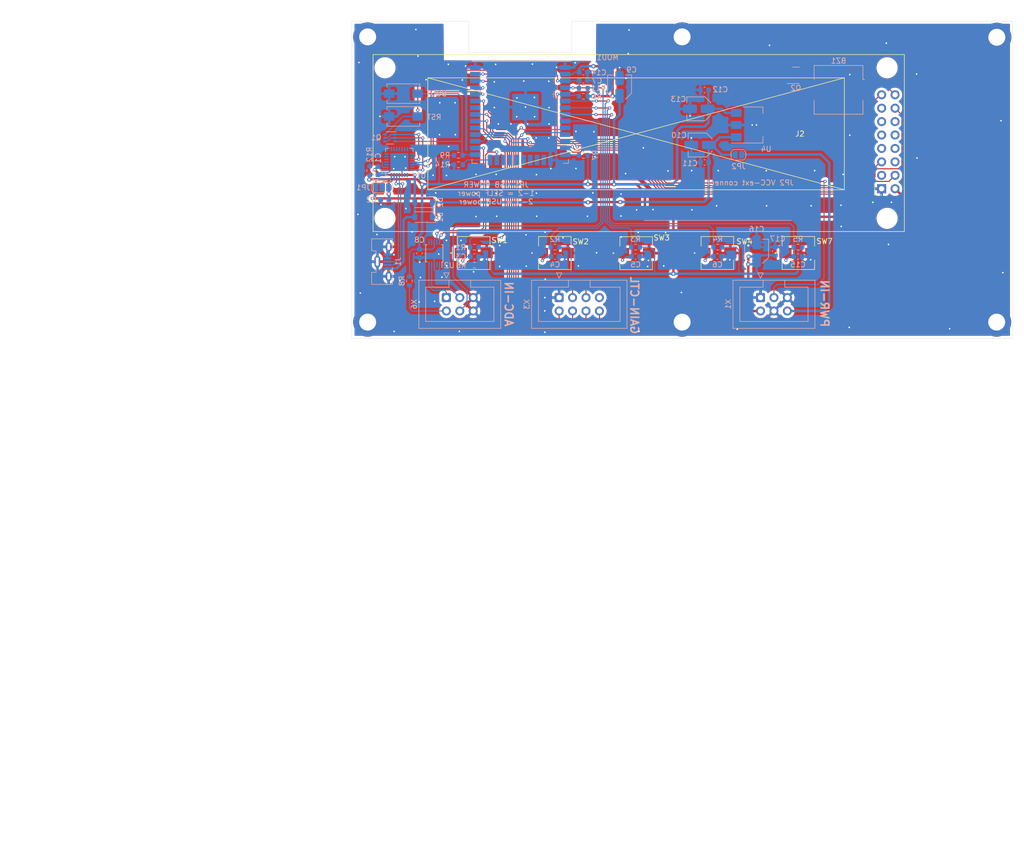
<source format=kicad_pcb>
(kicad_pcb (version 20211014) (generator pcbnew)

  (general
    (thickness 1.6)
  )

  (paper "A4")
  (layers
    (0 "F.Cu" signal)
    (31 "B.Cu" signal)
    (32 "B.Adhes" user "B.Adhesive")
    (33 "F.Adhes" user "F.Adhesive")
    (34 "B.Paste" user)
    (35 "F.Paste" user)
    (36 "B.SilkS" user "B.Silkscreen")
    (37 "F.SilkS" user "F.Silkscreen")
    (38 "B.Mask" user)
    (39 "F.Mask" user)
    (40 "Dwgs.User" user "User.Drawings")
    (41 "Cmts.User" user "User.Comments")
    (42 "Eco1.User" user "User.Eco1")
    (43 "Eco2.User" user "User.Eco2")
    (44 "Edge.Cuts" user)
    (45 "Margin" user)
    (46 "B.CrtYd" user "B.Courtyard")
    (47 "F.CrtYd" user "F.Courtyard")
    (48 "B.Fab" user)
    (49 "F.Fab" user)
  )

  (setup
    (stackup
      (layer "F.SilkS" (type "Top Silk Screen"))
      (layer "F.Paste" (type "Top Solder Paste"))
      (layer "F.Mask" (type "Top Solder Mask") (thickness 0.01))
      (layer "F.Cu" (type "copper") (thickness 0.035))
      (layer "dielectric 1" (type "core") (thickness 1.51) (material "FR4") (epsilon_r 4.5) (loss_tangent 0.02))
      (layer "B.Cu" (type "copper") (thickness 0.035))
      (layer "B.Mask" (type "Bottom Solder Mask") (thickness 0.01))
      (layer "B.Paste" (type "Bottom Solder Paste"))
      (layer "B.SilkS" (type "Bottom Silk Screen"))
      (copper_finish "None")
      (dielectric_constraints no)
    )
    (pad_to_mask_clearance 0)
    (grid_origin 189.5856 121.1072)
    (pcbplotparams
      (layerselection 0x00010fc_ffffffff)
      (disableapertmacros false)
      (usegerberextensions false)
      (usegerberattributes true)
      (usegerberadvancedattributes true)
      (creategerberjobfile true)
      (svguseinch false)
      (svgprecision 6)
      (excludeedgelayer true)
      (plotframeref false)
      (viasonmask false)
      (mode 1)
      (useauxorigin false)
      (hpglpennumber 1)
      (hpglpenspeed 20)
      (hpglpendiameter 15.000000)
      (dxfpolygonmode true)
      (dxfimperialunits true)
      (dxfusepcbnewfont true)
      (psnegative false)
      (psa4output false)
      (plotreference true)
      (plotvalue true)
      (plotinvisibletext false)
      (sketchpadsonfab false)
      (subtractmaskfromsilk false)
      (outputformat 1)
      (mirror false)
      (drillshape 1)
      (scaleselection 1)
      (outputdirectory "")
    )
  )

  (net 0 "")
  (net 1 "VCC")
  (net 2 "GND")
  (net 3 "+3V3")
  (net 4 "/ESP_RST")
  (net 5 "/BTN_USR_1")
  (net 6 "/BTN_USR_2")
  (net 7 "/BTN_USR_3")
  (net 8 "/BTN_USR_4")
  (net 9 "/ERROR")
  (net 10 "unconnected-(U1-Pad1)")
  (net 11 "unconnected-(U1-Pad2)")
  (net 12 "unconnected-(U1-Pad10)")
  (net 13 "unconnected-(U1-Pad11)")
  (net 14 "unconnected-(U1-Pad12)")
  (net 15 "unconnected-(U1-Pad13)")
  (net 16 "unconnected-(U1-Pad14)")
  (net 17 "unconnected-(U1-Pad15)")
  (net 18 "unconnected-(U1-Pad16)")
  (net 19 "unconnected-(U1-Pad17)")
  (net 20 "unconnected-(U1-Pad18)")
  (net 21 "unconnected-(U1-Pad19)")
  (net 22 "unconnected-(U1-Pad20)")
  (net 23 "unconnected-(U1-Pad21)")
  (net 24 "/ESP_GPIO0")
  (net 25 "unconnected-(U1-Pad22)")
  (net 26 "unconnected-(U1-Pad23)")
  (net 27 "unconnected-(U1-Pad27)")
  (net 28 "/IN_ADC0")
  (net 29 "/I2C_SDA")
  (net 30 "/ESP_RX")
  (net 31 "/ESP_TX")
  (net 32 "/I2C_SCL")
  (net 33 "/IN_ADC1")
  (net 34 "/IN_ADC2")
  (net 35 "unconnected-(U2-Pad7)")
  (net 36 "/BTN_USR_5")
  (net 37 "/uC04")
  (net 38 "/uC05")
  (net 39 "/uC03")
  (net 40 "/ESP_GPIO2")
  (net 41 "/uC06")
  (net 42 "/uC02")
  (net 43 "unconnected-(X3-Pad7)")
  (net 44 "VBUS")
  (net 45 "Net-(JP1-Pad2)")
  (net 46 "/DTR")
  (net 47 "/RTS")
  (net 48 "/USB_RST")
  (net 49 "/D-")
  (net 50 "/D+")
  (net 51 "/LEVEL")
  (net 52 "unconnected-(J2-Pad3)")
  (net 53 "/OLED_MOSI")
  (net 54 "unconnected-(J2-Pad6)")
  (net 55 "unconnected-(J2-Pad7)")
  (net 56 "unconnected-(J2-Pad8)")
  (net 57 "unconnected-(J2-Pad9)")
  (net 58 "unconnected-(J2-Pad10)")
  (net 59 "unconnected-(J2-Pad11)")
  (net 60 "unconnected-(J2-Pad12)")
  (net 61 "unconnected-(J2-Pad13)")
  (net 62 "/OLED_DC")
  (net 63 "/OLED_RST")
  (net 64 "/OLED_CS")
  (net 65 "/ESP_GPIO12")
  (net 66 "/BUZZER")
  (net 67 "unconnected-(MOD1-Pad17)")
  (net 68 "unconnected-(MOD1-Pad18)")
  (net 69 "unconnected-(MOD1-Pad19)")
  (net 70 "unconnected-(MOD1-Pad20)")
  (net 71 "unconnected-(MOD1-Pad21)")
  (net 72 "unconnected-(MOD1-Pad22)")
  (net 73 "/OLED_SCK")
  (net 74 "/uC01")
  (net 75 "unconnected-(MOD1-Pad32)")
  (net 76 "/LEVEL_PU")
  (net 77 "unconnected-(U2-Pad2)")
  (net 78 "/VCC-ext")

  (footprint "Button_Switch_SMD:SW_SPST_ALPS_SKPMAME010" (layer "F.Cu") (at 93.9546 109.8296))

  (footprint "MountingHole:MountingHole_3.2mm_M3_ISO14580_Pad" (layer "F.Cu") (at 58.547 68.9102))

  (footprint "MountingHole:MountingHole_3.2mm_M3_ISO14580_Pad" (layer "F.Cu") (at 177.5714 68.9864))

  (footprint "MountingHole:MountingHole_3.2mm_M3_ISO14580_Pad" (layer "F.Cu") (at 177.546 122.9106))

  (footprint "Button_Switch_SMD:SW_SPST_ALPS_SKPMAME010" (layer "F.Cu") (at 109.333893 109.855))

  (footprint "Button_Switch_SMD:SW_SPST_ALPS_SKPMAME010" (layer "F.Cu") (at 140.0302 109.8296))

  (footprint "Button_Switch_SMD:SW_SPST_ALPS_SKPMAME010" (layer "F.Cu") (at 124.700893 109.8296))

  (footprint "MountingHole:MountingHole_3.2mm_M3_ISO14580_Pad" (layer "F.Cu") (at 58.547 122.9106))

  (footprint "Button_Switch_SMD:SW_SPST_ALPS_SKPMAME010" (layer "F.Cu") (at 78.613 109.8296))

  (footprint "MountingHole:MountingHole_3.2mm_M3_ISO14580_Pad" (layer "F.Cu") (at 118.0338 122.9106))

  (footprint "MountingHole:MountingHole_3.2mm_M3_ISO14580_Pad" (layer "F.Cu") (at 118.0338 68.9102))

  (footprint "Display:OLED_SSD1322_NHD_256X64" (layer "F.Cu") (at 160.0708 72.263))

  (footprint "Capacitor_SMD:C_0603_1608Metric" (layer "B.Cu") (at 68.3514 109.8934 -90))

  (footprint "Capacitor_SMD:C_0603_1608Metric" (layer "B.Cu") (at 109.22 110.49 180))

  (footprint "Capacitor_SMD:C_0603_1608Metric" (layer "B.Cu") (at 60.5028 94.234 -90))

  (footprint "Resistor_SMD:R_0603_1608Metric" (layer "B.Cu") (at 99.3394 91.3384))

  (footprint "Diode_SMD:D_SOD-123" (layer "B.Cu") (at 69.1134 100.2284 180))

  (footprint "Connector_IDC:IDC-Header_2x04_P2.54mm_Vertical" (layer "B.Cu") (at 94.7674 118.2624 -90))

  (footprint "Capacitor_SMD:C_0603_1608Metric" (layer "B.Cu") (at 139.954 110.49 180))

  (footprint "Resistor_SMD:R_0603_1608Metric" (layer "B.Cu") (at 93.98 108.712 180))

  (footprint "Capacitor_SMD:C_0603_1608Metric" (layer "B.Cu") (at 124.714 110.49 180))

  (footprint "Package_SO:TSSOP-10_3x3mm_P0.5mm" (layer "B.Cu") (at 71.1454 109.8804 90))

  (footprint "Capacitor_SMD:C_Elec_4x5.4" (layer "B.Cu") (at 121.1834 82.5246 180))

  (footprint "Diode_SMD:D_SOD-123" (layer "B.Cu") (at 69.1134 103.0224 180))

  (footprint "Resistor_SMD:R_0603_1608Metric" (layer "B.Cu") (at 109.22 108.712 180))

  (footprint "Jumper:SolderJumper-2_P1.3mm_Open_RoundedPad1.0x1.5mm" (layer "B.Cu") (at 128.6764 91.2368 180))

  (footprint "Capacitor_SMD:C_0603_1608Metric" (layer "B.Cu") (at 135.636 109.474 90))

  (footprint "Connector_IDC:IDC-Header_2x03_P2.54mm_Vertical" (layer "B.Cu") (at 132.8674 118.2624 -90))

  (footprint "Resistor_SMD:R_0603_1608Metric" (layer "B.Cu") (at 99.3394 78.6384))

  (footprint "Capacitor_SMD:C_0603_1608Metric" (layer "B.Cu") (at 99.3394 77.1144))

  (footprint "Capacitor_SMD:C_0603_1608Metric" (layer "B.Cu") (at 93.967 110.49 180))

  (footprint "Resistor_SMD:R_0603_1608Metric" (layer "B.Cu") (at 99.3394 80.1624 180))

  (footprint "Capacitor_SMD:C_Elec_4x5.4" (layer "B.Cu") (at 106.1974 78.3844 90))

  (footprint "Resistor_SMD:R_0603_1608Metric" (layer "B.Cu") (at 58.928 94.234 -90))

  (footprint "Connector_IDC:IDC-Header_2x03_P2.54mm_Vertical" (layer "B.Cu") (at 73.4314 118.2624 -90))

  (footprint "Package_TO_SOT_SMD:SOT-23" (layer "B.Cu") (at 139.554342 76.198))

  (footprint "Resistor_SMD:R_0603_1608Metric" (layer "B.Cu") (at 139.954 108.712 180))

  (footprint "Package_DFN_QFN:QFN-28-1EP_5x5mm_P0.5mm_EP3.35x3.35mm" (layer "B.Cu") (at 64.5414 92.6084 90))

  (footprint "Resistor_SMD:R_0603_1608Metric" (layer "B.Cu") (at 78.74 108.712 180))

  (footprint "Capacitor_SMD:C_Elec_4x5.4" (layer "B.Cu") (at 132.1308 109.474 90))

  (footprint "Capacitor_SMD:C_0603_1608Metric" (layer "B.Cu") (at 61.7728 99.7204 180))

  (footprint "Connector_USB:USB_Micro-B_Molex-105133-0031" (layer "B.Cu") (at 61.4398 111.4552 90))

  (footprint "Capacitor_SMD:C_0603_1608Metric" (layer "B.Cu") (at 122.2756 92.6846 180))

  (footprint "Button_Switch_SMD:SW_SPST_EVQPE1" (layer "B.Cu") (at 65.3034 79.6544 180))

  (footprint "Resistor_SMD:R_0603_1608Metric" (layer "B.Cu") (at 66.4464 115.1128 -90))

  (footprint "Resistor_SMD:R_0603_1608Metric" (layer "B.Cu") (at 124.7648 108.712 180))

  (footprint "Jumper:SolderJumper-3_P1.3mm_Open_RoundedPad1.0x1.5mm" (layer "B.Cu") (at 61.2856 97.4344))

  (footprint "Package_TO_SOT_SMD:SOT-363_SC-70-6" (layer "B.Cu") (at 62.7634 88.0364 180))

  (footprint "Capacitor_SMD:C_0603_1608Metric" (layer "B.Cu") (at 99.3394 75.5904))

  (footprint "Buzzer_Beeper:Buzzer_Murata_PKMCS0909E" (layer "B.Cu") (at 147.6248 78.9432 180))

  (footprint "Button_Switch_SMD:SW_SPST_EVQPE1" (layer "B.Cu")
    (tedit 5A02FC95) (tstamp c1043744-ec8e-436b-96d0-cc3f57a4b9fa)
    (at 65.3034 83.9724 180)
    (descr "Light Touch Switch, https://industrial.panasonic.com/cdbs/www-data/pdf/ATK0000/ATK0000CE7.pdf")
    (property "DNP" "DNP")
    (property "Sheetfile" "MiliOhmMeter.kicad_sch")
    (property "Sheetname" "")
    (path "/00000000-0000-0000-0000-000060c7d95e")
    (attr smd)
    (fp_text reference "SW5" (at 2.54 -3.7465 90) (layer "B.SilkS") hide
      (effects (font (size 1 1) (thickness 0.15)) (justify mirror))
      (tstamp e5375fae-8d12-42aa-b7f4-67a68780c27e)
    )
    (fp_text value "SW_Push" (at 0 -3) (layer "B.Fab")
      (effects (font (size 1 1) (thickness 0.15)) (justify mirror))
      (tstamp 5b83a401-2009-495a-8ea7-d0e11708202c)
    )
    (fp_text user "${REFERENCE}" (at 0 2.65) (layer "B.Fab")
      (effects (font (size 1 1) (thickness 0.15)) (justify mirror))
      (tstamp 17a1fabb-a903-4b6b-a4cf-35114e8c660b)
    )
    (fp_line (start 3.1 1.85) (end -3.1 1.85) (layer "B.SilkS") (width 0.12) (tstamp 1471e381-df84-4cef-b875-22955b2fd30c))
    (fp_line (start 3.1 1.85) (end 3.1 1.2) (layer "B.SilkS") (width 0.12) (tstamp 16a5a1f8-6591-457f-b966-dfe6ffff8b73))
    (fp_line (start -3.1 -1.2) (end -3.1 -1.85) (layer "B.SilkS") (width 0.12) (tstamp 3c58cfd7-e444-4915-882e-9eca4fc5ffdf))
    (fp_line (start 3.1 -1.85) (end 3.1 -1.2) (layer "B.SilkS") (width 0.12) (tstamp a5104a57-c32b-4047-88ce-239a8e9750f5))
    (fp_line (start -3.1 -1.85) (end 3.1 -1.85) (layer "B.SilkS") (width 0.12) (tstamp e65fdac3-d008-4f50-abfc-62fcf189e626))
    (fp_line (start -3.1 1.85) (end -3.1 1.2) (layer "B.SilkS") (width 0.12) (tstamp eb89ce3f-46af-4141-b9a9-05392a7bb030))
    (fp_line (start -3.95 -2) (end -3.95 2) (layer "B.CrtYd") (width 0.05) (tstamp 016bea8d-2b52-47c8-976b-5a0549a53b57))
    (fp_line (start 3.95 2) (end 3.95 -2) (layer "B.CrtYd") (width 0.05) (tstamp 2b2ac609-6ccd-4193-83aa-53e6ee0b35bc))
    (fp_line (start -3.95 2) (end 3.95 2) (layer "B.CrtYd") (width 0.05) (tstamp 4540c4ee-2a11-4858-8c4c-12b022601013))
    (fp_line (start 3.95 -2) (end -3.95 -2) (layer 
... [874075 chars truncated]
</source>
